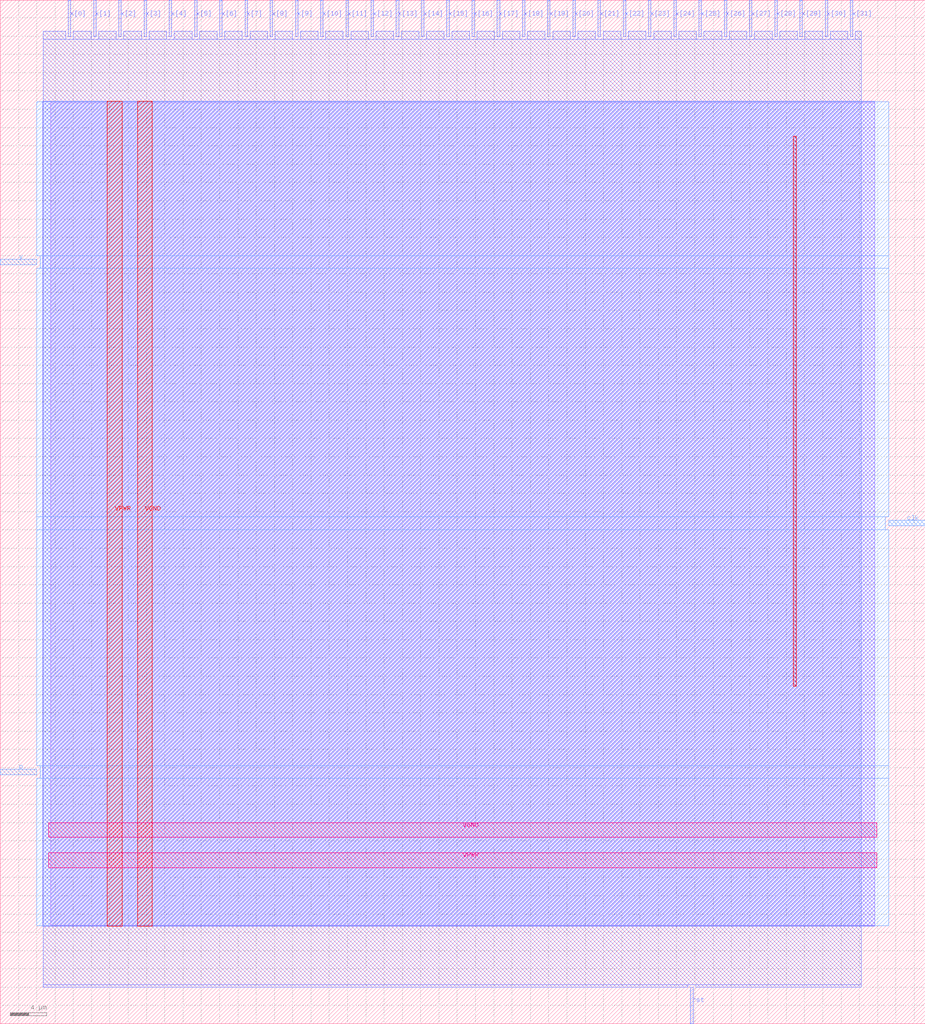
<source format=lef>
VERSION 5.7 ;
  NOWIREEXTENSIONATPIN ON ;
  DIVIDERCHAR "/" ;
  BUSBITCHARS "[]" ;
MACRO spm
  CLASS BLOCK ;
  FOREIGN spm ;
  ORIGIN 0.000 0.000 ;
  SIZE 101.205 BY 111.925 ;
  PIN VGND
    USE GROUND ;
    PORT
      LAYER met5 ;
        RECT 5.280 20.380 95.920 21.980 ;
    END
    PORT
      LAYER met4 ;
        RECT 15.020 10.640 16.620 100.880 ;
    END
  END VGND
  PIN VPWR
    USE POWER ;
    PORT
      LAYER met5 ;
        RECT 5.280 17.080 95.920 18.680 ;
    END
    PORT
      LAYER met4 ;
        RECT 11.720 10.640 13.320 100.880 ;
    END
  END VPWR
  PIN clk
    ANTENNAGATEAREA 10.176000 ;
    PORT
      LAYER met3 ;
        RECT 97.205 54.440 101.205 55.040 ;
    END
  END clk
  PIN p
    ANTENNADIFFAREA 1.336500 ;
    PORT
      LAYER met3 ;
        RECT 0.000 27.240 4.000 27.840 ;
    END
  END p
  PIN rst
    ANTENNAGATEAREA 0.196500 ;
    PORT
      LAYER met2 ;
        RECT 75.530 0.000 75.810 4.000 ;
    END
  END rst
  PIN x[0]
    ANTENNAGATEAREA 0.196500 ;
    PORT
      LAYER met2 ;
        RECT 7.450 107.925 7.730 111.925 ;
    END
  END x[0]
  PIN x[10]
    ANTENNAGATEAREA 0.196500 ;
    PORT
      LAYER met2 ;
        RECT 35.050 107.925 35.330 111.925 ;
    END
  END x[10]
  PIN x[11]
    ANTENNAGATEAREA 0.196500 ;
    PORT
      LAYER met2 ;
        RECT 37.810 107.925 38.090 111.925 ;
    END
  END x[11]
  PIN x[12]
    ANTENNAGATEAREA 0.196500 ;
    PORT
      LAYER met2 ;
        RECT 40.570 107.925 40.850 111.925 ;
    END
  END x[12]
  PIN x[13]
    ANTENNAGATEAREA 0.196500 ;
    PORT
      LAYER met2 ;
        RECT 43.330 107.925 43.610 111.925 ;
    END
  END x[13]
  PIN x[14]
    ANTENNAGATEAREA 0.196500 ;
    PORT
      LAYER met2 ;
        RECT 46.090 107.925 46.370 111.925 ;
    END
  END x[14]
  PIN x[15]
    ANTENNAGATEAREA 0.196500 ;
    PORT
      LAYER met2 ;
        RECT 48.850 107.925 49.130 111.925 ;
    END
  END x[15]
  PIN x[16]
    ANTENNAGATEAREA 0.196500 ;
    PORT
      LAYER met2 ;
        RECT 51.610 107.925 51.890 111.925 ;
    END
  END x[16]
  PIN x[17]
    ANTENNAGATEAREA 0.196500 ;
    PORT
      LAYER met2 ;
        RECT 54.370 107.925 54.650 111.925 ;
    END
  END x[17]
  PIN x[18]
    ANTENNAGATEAREA 0.196500 ;
    PORT
      LAYER met2 ;
        RECT 57.130 107.925 57.410 111.925 ;
    END
  END x[18]
  PIN x[19]
    ANTENNAGATEAREA 0.196500 ;
    PORT
      LAYER met2 ;
        RECT 59.890 107.925 60.170 111.925 ;
    END
  END x[19]
  PIN x[1]
    ANTENNAGATEAREA 0.196500 ;
    PORT
      LAYER met2 ;
        RECT 10.210 107.925 10.490 111.925 ;
    END
  END x[1]
  PIN x[20]
    ANTENNAGATEAREA 0.196500 ;
    PORT
      LAYER met2 ;
        RECT 62.650 107.925 62.930 111.925 ;
    END
  END x[20]
  PIN x[21]
    ANTENNAGATEAREA 0.196500 ;
    PORT
      LAYER met2 ;
        RECT 65.410 107.925 65.690 111.925 ;
    END
  END x[21]
  PIN x[22]
    ANTENNAGATEAREA 0.196500 ;
    PORT
      LAYER met2 ;
        RECT 68.170 107.925 68.450 111.925 ;
    END
  END x[22]
  PIN x[23]
    ANTENNAGATEAREA 0.196500 ;
    PORT
      LAYER met2 ;
        RECT 70.930 107.925 71.210 111.925 ;
    END
  END x[23]
  PIN x[24]
    ANTENNAGATEAREA 0.196500 ;
    PORT
      LAYER met2 ;
        RECT 73.690 107.925 73.970 111.925 ;
    END
  END x[24]
  PIN x[25]
    ANTENNAGATEAREA 0.196500 ;
    PORT
      LAYER met2 ;
        RECT 76.450 107.925 76.730 111.925 ;
    END
  END x[25]
  PIN x[26]
    ANTENNAGATEAREA 0.196500 ;
    PORT
      LAYER met2 ;
        RECT 79.210 107.925 79.490 111.925 ;
    END
  END x[26]
  PIN x[27]
    ANTENNAGATEAREA 0.196500 ;
    PORT
      LAYER met2 ;
        RECT 81.970 107.925 82.250 111.925 ;
    END
  END x[27]
  PIN x[28]
    ANTENNAGATEAREA 0.196500 ;
    PORT
      LAYER met2 ;
        RECT 84.730 107.925 85.010 111.925 ;
    END
  END x[28]
  PIN x[29]
    ANTENNAGATEAREA 0.196500 ;
    PORT
      LAYER met2 ;
        RECT 87.490 107.925 87.770 111.925 ;
    END
  END x[29]
  PIN x[2]
    ANTENNAGATEAREA 0.196500 ;
    PORT
      LAYER met2 ;
        RECT 12.970 107.925 13.250 111.925 ;
    END
  END x[2]
  PIN x[30]
    ANTENNAGATEAREA 0.196500 ;
    PORT
      LAYER met2 ;
        RECT 90.250 107.925 90.530 111.925 ;
    END
  END x[30]
  PIN x[31]
    ANTENNAGATEAREA 0.196500 ;
    PORT
      LAYER met2 ;
        RECT 93.010 107.925 93.290 111.925 ;
    END
  END x[31]
  PIN x[3]
    ANTENNAGATEAREA 0.196500 ;
    PORT
      LAYER met2 ;
        RECT 15.730 107.925 16.010 111.925 ;
    END
  END x[3]
  PIN x[4]
    ANTENNAGATEAREA 0.196500 ;
    PORT
      LAYER met2 ;
        RECT 18.490 107.925 18.770 111.925 ;
    END
  END x[4]
  PIN x[5]
    ANTENNAGATEAREA 0.196500 ;
    PORT
      LAYER met2 ;
        RECT 21.250 107.925 21.530 111.925 ;
    END
  END x[5]
  PIN x[6]
    ANTENNAGATEAREA 0.196500 ;
    PORT
      LAYER met2 ;
        RECT 24.010 107.925 24.290 111.925 ;
    END
  END x[6]
  PIN x[7]
    ANTENNAGATEAREA 0.196500 ;
    PORT
      LAYER met2 ;
        RECT 26.770 107.925 27.050 111.925 ;
    END
  END x[7]
  PIN x[8]
    ANTENNAGATEAREA 0.196500 ;
    PORT
      LAYER met2 ;
        RECT 29.530 107.925 29.810 111.925 ;
    END
  END x[8]
  PIN x[9]
    ANTENNAGATEAREA 0.196500 ;
    PORT
      LAYER met2 ;
        RECT 32.290 107.925 32.570 111.925 ;
    END
  END x[9]
  PIN y
    ANTENNAGATEAREA 0.196500 ;
    PORT
      LAYER met3 ;
        RECT 0.000 83.000 4.000 83.600 ;
    END
  END y
  OBS
      LAYER li1 ;
        RECT 5.520 10.795 95.680 100.725 ;
      LAYER met1 ;
        RECT 4.670 10.640 95.680 100.880 ;
      LAYER met2 ;
        RECT 4.690 107.645 7.170 108.530 ;
        RECT 8.010 107.645 9.930 108.530 ;
        RECT 10.770 107.645 12.690 108.530 ;
        RECT 13.530 107.645 15.450 108.530 ;
        RECT 16.290 107.645 18.210 108.530 ;
        RECT 19.050 107.645 20.970 108.530 ;
        RECT 21.810 107.645 23.730 108.530 ;
        RECT 24.570 107.645 26.490 108.530 ;
        RECT 27.330 107.645 29.250 108.530 ;
        RECT 30.090 107.645 32.010 108.530 ;
        RECT 32.850 107.645 34.770 108.530 ;
        RECT 35.610 107.645 37.530 108.530 ;
        RECT 38.370 107.645 40.290 108.530 ;
        RECT 41.130 107.645 43.050 108.530 ;
        RECT 43.890 107.645 45.810 108.530 ;
        RECT 46.650 107.645 48.570 108.530 ;
        RECT 49.410 107.645 51.330 108.530 ;
        RECT 52.170 107.645 54.090 108.530 ;
        RECT 54.930 107.645 56.850 108.530 ;
        RECT 57.690 107.645 59.610 108.530 ;
        RECT 60.450 107.645 62.370 108.530 ;
        RECT 63.210 107.645 65.130 108.530 ;
        RECT 65.970 107.645 67.890 108.530 ;
        RECT 68.730 107.645 70.650 108.530 ;
        RECT 71.490 107.645 73.410 108.530 ;
        RECT 74.250 107.645 76.170 108.530 ;
        RECT 77.010 107.645 78.930 108.530 ;
        RECT 79.770 107.645 81.690 108.530 ;
        RECT 82.530 107.645 84.450 108.530 ;
        RECT 85.290 107.645 87.210 108.530 ;
        RECT 88.050 107.645 89.970 108.530 ;
        RECT 90.810 107.645 92.730 108.530 ;
        RECT 93.570 107.645 94.200 108.530 ;
        RECT 4.690 4.280 94.200 107.645 ;
        RECT 4.690 4.000 75.250 4.280 ;
        RECT 76.090 4.000 94.200 4.280 ;
      LAYER met3 ;
        RECT 97.205 54.440 101.205 55.040 ;
        RECT 4.000 84.000 97.205 100.805 ;
        RECT 4.400 82.600 97.205 84.000 ;
        RECT 4.000 55.440 97.205 82.600 ;
        RECT 4.000 54.040 96.805 55.440 ;
        RECT 4.000 28.240 97.205 54.040 ;
        RECT 4.400 26.840 97.205 28.240 ;
        RECT 4.000 10.715 97.205 26.840 ;
      LAYER met4 ;
        RECT 86.775 36.895 87.105 97.065 ;
  END
END spm
END LIBRARY


</source>
